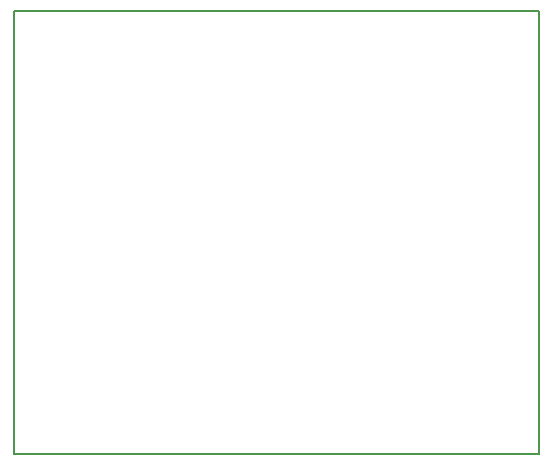
<source format=gbr>
G04 start of page 4 for group 2 idx 2 *
G04 Title: (unknown), outline *
G04 Creator: pcb 1.99z *
G04 CreationDate: Sat 29 Oct 2016 01:04:32 AM GMT UTC *
G04 For: commonadmin *
G04 Format: Gerber/RS-274X *
G04 PCB-Dimensions (mil): 2000.00 2000.00 *
G04 PCB-Coordinate-Origin: lower left *
%MOIN*%
%FSLAX25Y25*%
%LNOUTLINE*%
%ADD37C,0.0060*%
G54D37*X2500Y197500D02*Y50000D01*
X177500D01*
Y197500D01*
X2500D01*
M02*

</source>
